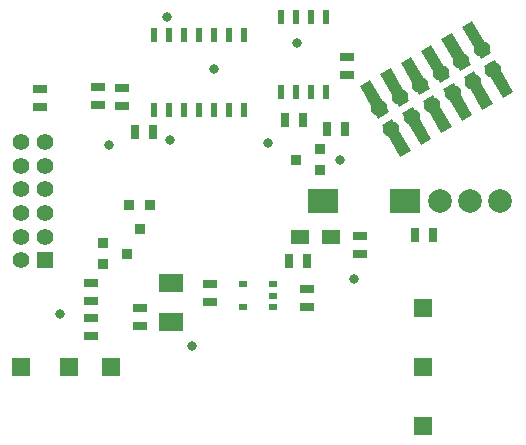
<source format=gbr>
G04 #@! TF.FileFunction,Soldermask,Top*
%FSLAX46Y46*%
G04 Gerber Fmt 4.6, Leading zero omitted, Abs format (unit mm)*
G04 Created by KiCad (PCBNEW 4.0.5-e0-6337~49~ubuntu14.04.1) date Wed Jan 18 13:11:49 2017*
%MOMM*%
%LPD*%
G01*
G04 APERTURE LIST*
%ADD10C,0.150000*%
%ADD11R,1.500000X1.500000*%
%ADD12R,2.032000X1.524000*%
%ADD13R,0.508000X1.143000*%
%ADD14R,0.762000X0.508000*%
%ADD15R,1.143000X0.635000*%
%ADD16R,0.635000X1.143000*%
%ADD17C,1.400000*%
%ADD18R,1.400000X1.400000*%
%ADD19R,0.914400X0.914400*%
%ADD20C,0.800000*%
%ADD21R,1.500000X1.300000*%
%ADD22C,2.000000*%
%ADD23R,2.500000X2.000000*%
G04 APERTURE END LIST*
D10*
D11*
X217020000Y-114030000D03*
D12*
X195700000Y-106949000D03*
X195700000Y-110251000D03*
D13*
X208805000Y-90775000D03*
X207535000Y-90775000D03*
X206265000Y-90775000D03*
X204995000Y-90775000D03*
X204995000Y-84425000D03*
X206265000Y-84425000D03*
X207535000Y-84425000D03*
X208805000Y-84425000D03*
D14*
X204270000Y-108952500D03*
X204270000Y-107047500D03*
X201730000Y-108952500D03*
X204270000Y-108000000D03*
X201730000Y-107047500D03*
D15*
X189500000Y-90338000D03*
X189500000Y-91862000D03*
X199000000Y-106988000D03*
X199000000Y-108512000D03*
X207160000Y-108922000D03*
X207160000Y-107398000D03*
X191500000Y-90378000D03*
X191500000Y-91902000D03*
D16*
X216358000Y-102880000D03*
X217882000Y-102880000D03*
D15*
X184600000Y-92042000D03*
X184600000Y-90518000D03*
X188870000Y-106918000D03*
X188870000Y-108442000D03*
X188900000Y-109848000D03*
X188900000Y-111372000D03*
X193010000Y-110542000D03*
X193010000Y-109018000D03*
D17*
X185000000Y-101000000D03*
X185000000Y-103000000D03*
D18*
X185000000Y-105000000D03*
D17*
X185000000Y-99000000D03*
X185000000Y-97000000D03*
X185000000Y-95000000D03*
X183000000Y-95000000D03*
X183000000Y-97000000D03*
X183000000Y-99000000D03*
X183000000Y-101000000D03*
X183000000Y-103000000D03*
X183000000Y-105000000D03*
D19*
X208316000Y-95611000D03*
X208316000Y-97389000D03*
X206284000Y-96500000D03*
X192121000Y-100324000D03*
X193899000Y-100324000D03*
X193010000Y-102356000D03*
D15*
X210566000Y-89306400D03*
X210566000Y-87782400D03*
D16*
X192638000Y-94100000D03*
X194162000Y-94100000D03*
D11*
X183000000Y-114000000D03*
X187000000Y-114000000D03*
X190600000Y-114000000D03*
X217020000Y-118990000D03*
X217020000Y-109000000D03*
D20*
X190400000Y-95200000D03*
X199300000Y-88800000D03*
X210000000Y-96500000D03*
X195620000Y-94800000D03*
X211200000Y-106600000D03*
X186280000Y-109580000D03*
X206300000Y-86600000D03*
D13*
X194190000Y-92302000D03*
X195460000Y-92302000D03*
X196730000Y-92302000D03*
X198000000Y-92302000D03*
X199270000Y-92302000D03*
X200540000Y-92302000D03*
X201810000Y-92302000D03*
X201810000Y-85952000D03*
X200540000Y-85952000D03*
X198000000Y-85952000D03*
X196730000Y-85952000D03*
X195460000Y-85952000D03*
X194190000Y-85952000D03*
X199270000Y-85952000D03*
D20*
X197450000Y-112250000D03*
D16*
X205638000Y-105100000D03*
X207162000Y-105100000D03*
D15*
X211650000Y-102938000D03*
X211650000Y-104462000D03*
D20*
X195326000Y-84378800D03*
X203911200Y-95097600D03*
D21*
X209250000Y-103050000D03*
X206550000Y-103050000D03*
D22*
X218400000Y-100000000D03*
X220940000Y-100000000D03*
X223480000Y-100000000D03*
D23*
X215500000Y-100000000D03*
X208500000Y-100000000D03*
D17*
X218500000Y-89133975D03*
X220232051Y-88133975D03*
X221964102Y-87133975D03*
X216767949Y-90133975D03*
X215035898Y-91133975D03*
X213303848Y-92133975D03*
X214303848Y-93866025D03*
X216035898Y-92866025D03*
X217767949Y-91866025D03*
X219500000Y-90866025D03*
X221232051Y-89866025D03*
X222964102Y-88866025D03*
D10*
G36*
X221872429Y-87995193D02*
X220297429Y-85267213D01*
X221180775Y-84757213D01*
X222755775Y-87485193D01*
X221872429Y-87995193D01*
X221872429Y-87995193D01*
G37*
G36*
X223747429Y-91242787D02*
X222172429Y-88514807D01*
X223055775Y-88004807D01*
X224630775Y-90732787D01*
X223747429Y-91242787D01*
X223747429Y-91242787D01*
G37*
G36*
X220140378Y-88995193D02*
X218565378Y-86267213D01*
X219448724Y-85757213D01*
X221023724Y-88485193D01*
X220140378Y-88995193D01*
X220140378Y-88995193D01*
G37*
G36*
X218408327Y-89995193D02*
X216833327Y-87267213D01*
X217716673Y-86757213D01*
X219291673Y-89485193D01*
X218408327Y-89995193D01*
X218408327Y-89995193D01*
G37*
G36*
X216676276Y-90995193D02*
X215101276Y-88267213D01*
X215984622Y-87757213D01*
X217559622Y-90485193D01*
X216676276Y-90995193D01*
X216676276Y-90995193D01*
G37*
G36*
X214944225Y-91995193D02*
X213369225Y-89267213D01*
X214252571Y-88757213D01*
X215827571Y-91485193D01*
X214944225Y-91995193D01*
X214944225Y-91995193D01*
G37*
G36*
X213212175Y-92995193D02*
X211637175Y-90267213D01*
X212520521Y-89757213D01*
X214095521Y-92485193D01*
X213212175Y-92995193D01*
X213212175Y-92995193D01*
G37*
G36*
X222015378Y-92242787D02*
X220440378Y-89514807D01*
X221323724Y-89004807D01*
X222898724Y-91732787D01*
X222015378Y-92242787D01*
X222015378Y-92242787D01*
G37*
G36*
X220283327Y-93242787D02*
X218708327Y-90514807D01*
X219591673Y-90004807D01*
X221166673Y-92732787D01*
X220283327Y-93242787D01*
X220283327Y-93242787D01*
G37*
G36*
X218551276Y-94242787D02*
X216976276Y-91514807D01*
X217859622Y-91004807D01*
X219434622Y-93732787D01*
X218551276Y-94242787D01*
X218551276Y-94242787D01*
G37*
G36*
X216819225Y-95242787D02*
X215244225Y-92514807D01*
X216127571Y-92004807D01*
X217702571Y-94732787D01*
X216819225Y-95242787D01*
X216819225Y-95242787D01*
G37*
G36*
X215087175Y-96242787D02*
X213512175Y-93514807D01*
X214395521Y-93004807D01*
X215970521Y-95732787D01*
X215087175Y-96242787D01*
X215087175Y-96242787D01*
G37*
D19*
X189874000Y-105329000D03*
X189874000Y-103551000D03*
X191906000Y-104440000D03*
D16*
X210372000Y-93850000D03*
X208848000Y-93850000D03*
X205278000Y-93080000D03*
X206802000Y-93080000D03*
M02*

</source>
